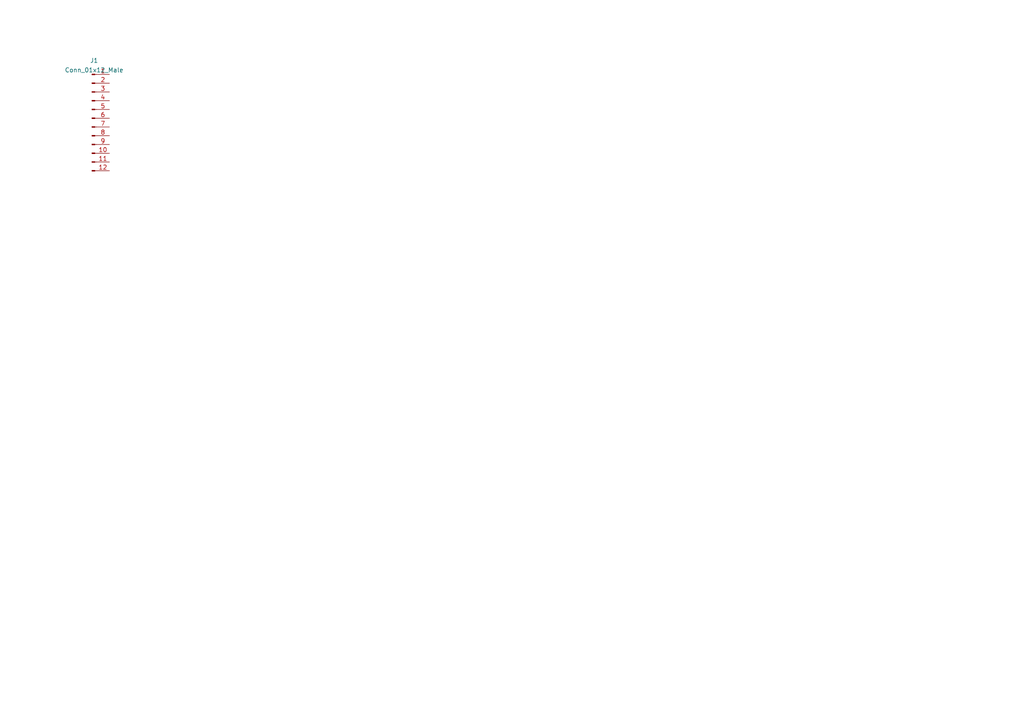
<source format=kicad_sch>
(kicad_sch (version 20211123) (generator eeschema)
  (paper "A4")
  (lib_symbols
    (symbol "Connector:Conn_01x12_Male" (pin_names (offset 1.016) hide)
      (property "Reference" "J" (at 0 15.24 0))
      (property "Value" "Conn_01x12_Male" (at 0 -17.78 0))
      (symbol "Conn_01x12_Male_1_1"
        (polyline (pts (xy 1.27 -15.24) (xy 0.8636 -15.24)) (stroke (width 0.1524)))
        (polyline (pts (xy 1.27 -12.7) (xy 0.8636 -12.7)) (stroke (width 0.1524)))
        (polyline (pts (xy 1.27 -10.16) (xy 0.8636 -10.16)) (stroke (width 0.1524)))
        (polyline (pts (xy 1.27 -7.62) (xy 0.8636 -7.62)) (stroke (width 0.1524)))
        (polyline (pts (xy 1.27 -5.08) (xy 0.8636 -5.08)) (stroke (width 0.1524)))
        (polyline (pts (xy 1.27 -2.54) (xy 0.8636 -2.54)) (stroke (width 0.1524)))
        (polyline (pts (xy 1.27 0) (xy 0.8636 0)) (stroke (width 0.1524)))
        (polyline (pts (xy 1.27 2.54) (xy 0.8636 2.54)) (stroke (width 0.1524)))
        (polyline (pts (xy 1.27 5.08) (xy 0.8636 5.08)) (stroke (width 0.1524)))
        (polyline (pts (xy 1.27 7.62) (xy 0.8636 7.62)) (stroke (width 0.1524)))
        (polyline (pts (xy 1.27 10.16) (xy 0.8636 10.16)) (stroke (width 0.1524)))
        (polyline (pts (xy 1.27 12.7) (xy 0.8636 12.7)) (stroke (width 0.1524)))
        (rectangle (start 0.8636 -15.113) (end 0 -15.367) (stroke (width 0.1524)) (fill (type outline)))
        (rectangle (start 0.8636 -12.573) (end 0 -12.827) (stroke (width 0.1524)) (fill (type outline)))
        (rectangle (start 0.8636 -10.033) (end 0 -10.287) (stroke (width 0.1524)) (fill (type outline)))
        (rectangle (start 0.8636 -7.493) (end 0 -7.747) (stroke (width 0.1524)) (fill (type outline)))
        (rectangle (start 0.8636 -4.953) (end 0 -5.207) (stroke (width 0.1524)) (fill (type outline)))
        (rectangle (start 0.8636 -2.413) (end 0 -2.667) (stroke (width 0.1524)) (fill (type outline)))
        (rectangle (start 0.8636 0.127) (end 0 -0.127) (stroke (width 0.1524)) (fill (type outline)))
        (rectangle (start 0.8636 2.667) (end 0 2.413) (stroke (width 0.1524)) (fill (type outline)))
        (rectangle (start 0.8636 5.207) (end 0 4.953) (stroke (width 0.1524)) (fill (type outline)))
        (rectangle (start 0.8636 7.747) (end 0 7.493) (stroke (width 0.1524)) (fill (type outline)))
        (rectangle (start 0.8636 10.287) (end 0 10.033) (stroke (width 0.1524)) (fill (type outline)))
        (rectangle (start 0.8636 12.827) (end 0 12.573) (stroke (width 0.1524)) (fill (type outline)))
        (pin passive line (at 5.08 12.7 180) (length 3.81) (name "Pin_1") (number "1"))
        (pin passive line (at 5.08 -10.16 180) (length 3.81) (name "Pin_10") (number "10"))
        (pin passive line (at 5.08 -12.7 180) (length 3.81) (name "Pin_11") (number "11"))
        (pin passive line (at 5.08 -15.24 180) (length 3.81) (name "Pin_12") (number "12"))
        (pin passive line (at 5.08 10.16 180) (length 3.81) (name "Pin_2") (number "2"))
        (pin passive line (at 5.08 7.62 180) (length 3.81) (name "Pin_3") (number "3"))
        (pin passive line (at 5.08 5.08 180) (length 3.81) (name "Pin_4") (number "4"))
        (pin passive line (at 5.08 2.54 180) (length 3.81) (name "Pin_5") (number "5"))
        (pin passive line (at 5.08 0 180) (length 3.81) (name "Pin_6") (number "6"))
        (pin passive line (at 5.08 -2.54 180) (length 3.81) (name "Pin_7") (number "7"))
        (pin passive line (at 5.08 -5.08 180) (length 3.81) (name "Pin_8") (number "8"))
        (pin passive line (at 5.08 -7.62 180) (length 3.81) (name "Pin_9") (number "9"))
      )
    )
  )
  (symbol (lib_id "Connector:Conn_01x12_Male") (at 26.67 34.29 0) (unit 1)
    (property "Reference" "J1" (at 27.305 17.5473 0))
    (property "Value" "Conn_01x12_Male" (at 27.305 20.3224 0))
  )
)
</source>
